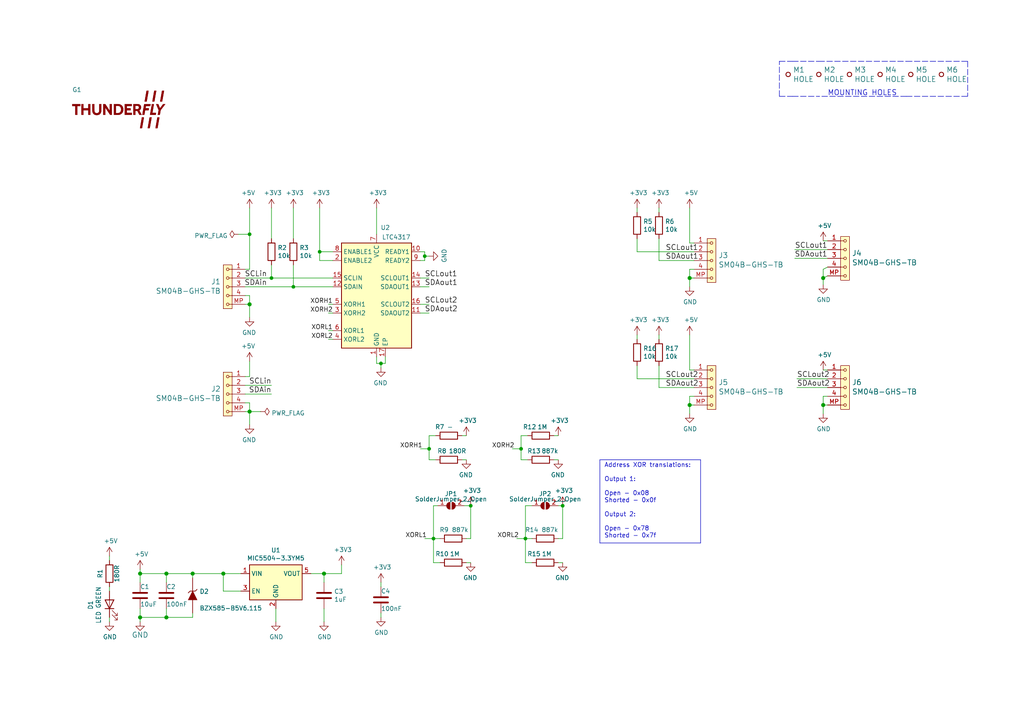
<source format=kicad_sch>
(kicad_sch (version 20230121) (generator eeschema)
  (paper "A4")
  (title_block (title "TFI2CEXT01A") (date "2021-04-05") (company "ThunderFly s.r.o.") (comment 1 "I2C address translator") (comment 2 "Jacho  <info@thunderfly.cz>"))
  (lib_symbols
    (symbol "Device:C" (pin_numbers hide) (pin_names (offset 0.254))
      (property "Reference" "C" (at 0.635 2.54 0))
      (property "Value" "C" (at 0.635 -2.54 0))
      (symbol "C_1_1"
        (pin passive line (at 0 3.81 270) (length 2.794) (name "~") (number "1"))
        (pin passive line (at 0 -3.81 90) (length 2.794) (name "~") (number "2"))
      )
    )
    (symbol "Device:LED" (pin_numbers hide) (pin_names (offset 1.016) hide)
      (property "Reference" "D" (at 0 2.54 0))
      (property "Value" "LED" (at 0 -2.54 0))
      (symbol "LED_1_1"
        (pin passive line (at -3.81 0 0) (length 2.54) (name "K") (number "1"))
        (pin passive line (at 3.81 0 180) (length 2.54) (name "A") (number "2"))
      )
    )
    (symbol "Device:R" (pin_numbers hide) (pin_names (offset 0))
      (property "Reference" "R" (at 2.032 0 90))
      (property "Value" "R" (at 0 0 90))
      (symbol "R_1_1"
        (pin passive line (at 0 3.81 270) (length 1.27) (name "~") (number "1"))
        (pin passive line (at 0 -3.81 90) (length 1.27) (name "~") (number "2"))
      )
    )
    (symbol "Interface_Expansion:LTC4317"
      (property "Reference" "U" (at -8.89 16.51 0))
      (property "Value" "LTC4317" (at 6.35 16.51 0))
      (symbol "LTC4317_1_1"
        (pin power_in line (at 0 -17.78 90) (length 2.54) (name "GND") (number "1"))
        (pin open_collector line (at 12.7 12.7 180) (length 2.54) (name "READY1") (number "10"))
        (pin bidirectional line (at 12.7 -5.08 180) (length 2.54) (name "SDAOUT2") (number "11"))
        (pin bidirectional line (at -12.7 2.54 0) (length 2.54) (name "SDAIN") (number "12"))
        (pin bidirectional line (at 12.7 2.54 180) (length 2.54) (name "SDAOUT1") (number "13"))
        (pin output line (at 12.7 5.08 180) (length 2.54) (name "SCLOUT1") (number "14"))
        (pin input line (at -12.7 5.08 0) (length 2.54) (name "SCLIN") (number "15"))
        (pin output line (at 12.7 -2.54 180) (length 2.54) (name "SCLOUT2") (number "16"))
        (pin passive line (at 2.54 -17.78 90) (length 2.54) (name "EP") (number "17"))
        (pin input line (at -12.7 10.16 0) (length 2.54) (name "ENABLE2") (number "2"))
        (pin input line (at -12.7 -5.08 0) (length 2.54) (name "XORH2") (number "3"))
        (pin input line (at -12.7 -12.7 0) (length 2.54) (name "XORL2") (number "4"))
        (pin input line (at -12.7 -2.54 0) (length 2.54) (name "XORH1") (number "5"))
        (pin input line (at -12.7 -10.16 0) (length 2.54) (name "XORL1") (number "6"))
        (pin power_in line (at 0 17.78 270) (length 2.54) (name "VCC") (number "7"))
        (pin input line (at -12.7 12.7 0) (length 2.54) (name "ENABLE1") (number "8"))
        (pin open_collector line (at 12.7 10.16 180) (length 2.54) (name "READY2") (number "9"))
      )
    )
    (symbol "Jumper:SolderJumper_2_Open" (pin_names (offset 0) hide)
      (property "Reference" "JP" (at 0 2.032 0))
      (property "Value" "SolderJumper_2_Open" (at 0 -2.54 0))
      (symbol "SolderJumper_2_Open_1_1"
        (pin passive line (at -3.81 0 0) (length 2.54) (name "A") (number "1"))
        (pin passive line (at 3.81 0 180) (length 2.54) (name "B") (number "2"))
      )
    )
    (symbol "MLAB_CONNECTORS_JST:SM04B-GHS-TB" (pin_names (offset 1.016))
      (property "Reference" "J" (at 0 -7.62 0))
      (property "Value" "SM04B-GHS-TB" (at 0 7.62 0))
      (symbol "SM04B-GHS-TB_1_1"
        (pin input line (at -5.08 5.08 0) (length 3.81) (name "~") (number "1"))
        (pin input line (at -5.08 2.54 0) (length 3.81) (name "~") (number "2"))
        (pin input line (at -5.08 0 0) (length 3.81) (name "~") (number "3"))
        (pin input line (at -5.08 -2.54 0) (length 3.81) (name "~") (number "4"))
        (pin input line (at -5.08 -5.08 0) (length 3.81) (name "~") (number "MP"))
      )
    )
    (symbol "MLAB_D:D_ZENER" (pin_numbers hide) (pin_names (offset 1.016) hide)
      (property "Reference" "D" (at 0 2.54 0))
      (property "Value" "D_ZENER" (at 0 -2.54 0))
      (symbol "D_ZENER_1_1"
        (pin passive line (at -5.08 0 0) (length 3.81) (name "K") (number "1"))
        (pin passive line (at 5.08 0 180) (length 3.81) (name "A") (number "2"))
      )
    )
    (symbol "MLAB_MECHANICAL:HOLE_TF" (pin_numbers hide) (pin_names (offset 1.016) hide) (in_bom no)
      (property "Reference" "M" (at 0 2.54 0))
      (property "Value" "HOLE_TF" (at 0 -2.54 0))
    )
    (symbol "MLAB_TF_LOGO:LOGO" (pin_names (offset 1.016)) (in_bom no)
      (property "Reference" "G" (at 0 6.4676 0))
    )
    (symbol "Regulator_Linear:MIC5504-3.3YM5"
      (property "Reference" "U" (at -7.62 8.89 0))
      (property "Value" "MIC5504-3.3YM5" (at -7.62 6.35 0))
      (symbol "MIC5504-3.3YM5_1_1"
        (pin power_in line (at -10.16 2.54 0) (length 2.54) (name "VIN") (number "1"))
        (pin power_in line (at 0 -7.62 90) (length 2.54) (name "GND") (number "2"))
        (pin input line (at -10.16 -2.54 0) (length 2.54) (name "EN") (number "3"))
        (pin no_connect line (at 7.62 -2.54 180) (length 2.54) hide (name "NC") (number "4"))
        (pin power_out line (at 10.16 2.54 180) (length 2.54) (name "VOUT") (number "5"))
      )
    )
    (symbol "power:+3V3" (power) (pin_names (offset 0))
      (property "Value" "+3V3" (at 0 3.556 0))
      (symbol "+3V3_1_1"
        (pin power_in line (at 0 0 90) (length 0) hide (name "+3V3") (number "1"))
      )
    )
    (symbol "power:+5V" (power) (pin_names (offset 0))
      (property "Value" "+5V" (at 0 3.556 0))
      (symbol "+5V_1_1"
        (pin power_in line (at 0 0 90) (length 0) hide (name "+5V") (number "1"))
      )
    )
    (symbol "power:GND" (power) (pin_names (offset 0))
      (property "Value" "GND" (at 0 -3.81 0))
      (symbol "GND_1_1"
        (pin power_in line (at 0 0 270) (length 0) hide (name "GND") (number "1"))
      )
    )
    (symbol "power:PWR_FLAG" (power) (pin_numbers hide) (pin_names (offset 0) hide)
      (property "Value" "PWR_FLAG" (at 0 3.81 0))
      (symbol "PWR_FLAG_0_0"
        (pin power_out line (at 0 0 90) (length 0) (name "pwr") (number "1"))
      )
    )
  )
  (junction (at 124.46 130.175))
  (junction (at 72.39 67.945))
  (junction (at 40.64 179.07) (diameter 1.016))
  (junction (at 163.195 146.685))
  (junction (at 125.73 156.21))
  (junction (at 200.025 80.645) (diameter 1.016))
  (junction (at 136.525 146.685))
  (junction (at 48.26 166.37) (diameter 1.016))
  (junction (at 55.88 166.37) (diameter 1.016))
  (junction (at 123.19 74.295))
  (junction (at 93.98 166.37) (diameter 1.016))
  (junction (at 92.71 73.025))
  (junction (at 85.09 83.185))
  (junction (at 152.4 156.21))
  (junction (at 238.76 117.475) (diameter 1.016))
  (junction (at 40.64 166.37) (diameter 1.016))
  (junction (at 64.77 166.37) (diameter 1.016))
  (junction (at 72.39 88.265) (diameter 1.016))
  (junction (at 48.26 179.07) (diameter 1.016))
  (junction (at 110.49 105.41))
  (junction (at 72.39 119.38) (diameter 1.016))
  (junction (at 151.13 130.175))
  (junction (at 78.74 80.645))
  (junction (at 200.025 117.475) (diameter 1.016))
  (junction (at 238.76 80.645) (diameter 1.016))
  (wire (pts (xy 201.295 80.645) (xy 200.025 80.645)))
  (wire (pts (xy 238.76 114.935) (xy 238.76 117.475)))
  (polyline (pts (xy 237.49 17.78) (xy 262.89 17.78)) (stroke (width 0) (type dash)))
  (wire (pts (xy 72.39 88.265) (xy 72.39 92.075)))
  (wire (pts (xy 125.73 156.21) (xy 125.73 146.685)))
  (wire (pts (xy 200.025 70.485) (xy 201.295 70.485)))
  (wire (pts (xy 151.13 130.175) (xy 148.59 130.175)))
  (wire (pts (xy 31.75 179.07) (xy 31.75 180.34)))
  (wire (pts (xy 191.135 69.215) (xy 191.135 75.565)))
  (wire (pts (xy 40.64 179.07) (xy 40.64 180.34)))
  (wire (pts (xy 48.26 166.37) (xy 55.88 166.37)))
  (wire (pts (xy 92.71 60.325) (xy 92.71 73.025)))
  (wire (pts (xy 95.25 88.265) (xy 96.52 88.265)))
  (wire (pts (xy 124.46 74.295) (xy 123.19 74.295)))
  (wire (pts (xy 64.77 171.45) (xy 64.77 166.37)))
  (wire (pts (xy 134.62 146.685) (xy 136.525 146.685)))
  (wire (pts (xy 200.025 60.325) (xy 200.025 70.485)))
  (wire (pts (xy 184.785 106.045) (xy 184.785 109.855)))
  (wire (pts (xy 80.01 176.53) (xy 80.01 180.34)))
  (wire (pts (xy 40.64 176.53) (xy 40.64 179.07)))
  (wire (pts (xy 48.26 179.07) (xy 55.88 179.07)))
  (wire (pts (xy 184.785 73.025) (xy 201.295 73.025)))
  (wire (pts (xy 69.85 171.45) (xy 64.77 171.45)))
  (wire (pts (xy 78.74 60.325) (xy 78.74 69.215)))
  (wire (pts (xy 31.75 161.29) (xy 31.75 162.56)))
  (wire (pts (xy 191.135 97.155) (xy 191.135 98.425)))
  (wire (pts (xy 200.025 97.155) (xy 200.025 107.315)))
  (wire (pts (xy 121.92 73.025) (xy 123.19 73.025)))
  (wire (pts (xy 151.13 133.35) (xy 151.13 130.175)))
  (wire (pts (xy 135.255 156.21) (xy 136.525 156.21)))
  (wire (pts (xy 136.525 146.685) (xy 136.525 156.21)))
  (wire (pts (xy 230.505 72.39) (xy 240.03 72.39)))
  (wire (pts (xy 121.92 83.185) (xy 124.46 83.185)))
  (wire (pts (xy 40.64 165.1) (xy 40.64 166.37)))
  (wire (pts (xy 40.64 168.91) (xy 40.64 166.37)))
  (wire (pts (xy 40.64 179.07) (xy 48.26 179.07)))
  (wire (pts (xy 109.22 60.325) (xy 109.22 67.945)))
  (wire (pts (xy 85.09 60.325) (xy 85.09 69.215)))
  (wire (pts (xy 184.785 60.325) (xy 184.785 61.595)))
  (wire (pts (xy 191.135 106.045) (xy 191.135 112.395)))
  (wire (pts (xy 124.46 130.175) (xy 124.46 126.365)))
  (wire (pts (xy 200.025 114.935) (xy 200.025 117.475)))
  (wire (pts (xy 191.135 60.325) (xy 191.135 61.595)))
  (wire (pts (xy 121.92 90.805) (xy 124.46 90.805)))
  (wire (pts (xy 48.26 168.91) (xy 48.26 166.37)))
  (wire (pts (xy 240.03 80.01) (xy 238.76 80.645)))
  (wire (pts (xy 238.76 107.315) (xy 240.03 107.315)))
  (polyline (pts (xy 173.99 133.35) (xy 203.2 133.35)) (stroke (width 0) (type solid)))
  (wire (pts (xy 231.14 112.395) (xy 240.03 112.395)))
  (polyline (pts (xy 226.06 27.94) (xy 229.87 27.94)) (stroke (width 0) (type dash)))
  (wire (pts (xy 240.03 77.47) (xy 238.76 78.105)))
  (wire (pts (xy 133.985 126.365) (xy 135.255 126.365)))
  (wire (pts (xy 72.39 78.105) (xy 71.12 78.105)))
  (wire (pts (xy 85.09 76.835) (xy 85.09 83.185)))
  (wire (pts (xy 55.88 177.8) (xy 55.88 179.07)))
  (wire (pts (xy 133.985 133.35) (xy 135.255 133.35)))
  (wire (pts (xy 152.4 156.21) (xy 154.305 156.21)))
  (polyline (pts (xy 173.99 157.48) (xy 203.2 157.48)) (stroke (width 0) (type solid)))
  (wire (pts (xy 71.12 85.725) (xy 72.39 85.725)))
  (wire (pts (xy 95.25 98.425) (xy 96.52 98.425)))
  (polyline (pts (xy 173.99 133.35) (xy 173.99 157.48)) (stroke (width 0) (type solid)))
  (wire (pts (xy 71.12 111.76) (xy 78.74 111.76)))
  (wire (pts (xy 72.39 85.725) (xy 72.39 88.265)))
  (wire (pts (xy 152.4 156.21) (xy 152.4 163.195)))
  (wire (pts (xy 125.73 146.685) (xy 127 146.685)))
  (wire (pts (xy 124.46 133.35) (xy 124.46 130.175)))
  (wire (pts (xy 109.22 103.505) (xy 109.22 105.41)))
  (wire (pts (xy 109.22 105.41) (xy 110.49 105.41)))
  (polyline (pts (xy 262.89 27.94) (xy 237.49 27.94)) (stroke (width 0) (type dash)))
  (wire (pts (xy 55.88 166.37) (xy 64.77 166.37)))
  (wire (pts (xy 201.295 114.935) (xy 200.025 114.935)))
  (wire (pts (xy 72.39 119.38) (xy 72.39 123.19)))
  (wire (pts (xy 125.73 156.21) (xy 127.635 156.21)))
  (wire (pts (xy 78.74 76.835) (xy 78.74 80.645)))
  (wire (pts (xy 126.365 133.35) (xy 124.46 133.35)))
  (wire (pts (xy 78.74 80.645) (xy 96.52 80.645)))
  (wire (pts (xy 152.4 156.21) (xy 152.4 146.685)))
  (wire (pts (xy 93.98 176.53) (xy 93.98 180.34)))
  (wire (pts (xy 200.025 78.105) (xy 200.025 80.645)))
  (wire (pts (xy 161.925 146.685) (xy 163.195 146.685)))
  (wire (pts (xy 71.12 80.645) (xy 78.74 80.645)))
  (polyline (pts (xy 262.89 17.78) (xy 280.67 17.78)) (stroke (width 0) (type dash)))
  (wire (pts (xy 238.76 78.105) (xy 238.76 80.645)))
  (wire (pts (xy 71.12 119.38) (xy 72.39 119.38)))
  (wire (pts (xy 238.76 117.475) (xy 238.76 120.015)))
  (wire (pts (xy 184.785 69.215) (xy 184.785 73.025)))
  (wire (pts (xy 123.19 74.295) (xy 123.19 75.565)))
  (polyline (pts (xy 229.87 27.94) (xy 237.49 27.94)) (stroke (width 0) (type dash)))
  (wire (pts (xy 95.25 95.885) (xy 96.52 95.885)))
  (wire (pts (xy 72.39 109.22) (xy 71.12 109.22)))
  (polyline (pts (xy 262.89 27.94) (xy 280.67 27.94)) (stroke (width 0) (type dash)))
  (wire (pts (xy 72.39 60.325) (xy 72.39 67.945)))
  (wire (pts (xy 69.85 166.37) (xy 64.77 166.37)))
  (wire (pts (xy 184.785 109.855) (xy 201.295 109.855)))
  (polyline (pts (xy 280.67 17.78) (xy 280.67 27.94)) (stroke (width 0) (type dash)))
  (wire (pts (xy 71.12 83.185) (xy 85.09 83.185)))
  (wire (pts (xy 92.71 75.565) (xy 92.71 73.025)))
  (wire (pts (xy 96.52 75.565) (xy 92.71 75.565)))
  (polyline (pts (xy 203.2 133.35) (xy 203.2 157.48)) (stroke (width 0) (type solid)))
  (polyline (pts (xy 229.87 17.78) (xy 237.49 17.78)) (stroke (width 0) (type dash)))
  (wire (pts (xy 110.49 168.91) (xy 110.49 170.18)))
  (wire (pts (xy 200.025 80.645) (xy 200.025 83.185)))
  (wire (pts (xy 48.26 176.53) (xy 48.26 179.07)))
  (wire (pts (xy 230.505 74.93) (xy 240.03 74.93)))
  (wire (pts (xy 71.12 116.84) (xy 72.39 116.84)))
  (wire (pts (xy 160.655 133.35) (xy 161.925 133.35)))
  (wire (pts (xy 200.025 107.315) (xy 201.295 107.315)))
  (wire (pts (xy 152.4 156.21) (xy 149.86 156.21)))
  (wire (pts (xy 95.25 90.805) (xy 96.52 90.805)))
  (wire (pts (xy 201.295 117.475) (xy 200.025 117.475)))
  (wire (pts (xy 124.46 130.175) (xy 121.92 130.175)))
  (wire (pts (xy 135.255 163.195) (xy 136.525 163.195)))
  (wire (pts (xy 71.12 88.265) (xy 72.39 88.265)))
  (wire (pts (xy 96.52 83.185) (xy 85.09 83.185)))
  (wire (pts (xy 124.46 126.365) (xy 126.365 126.365)))
  (wire (pts (xy 72.39 67.945) (xy 72.39 78.105)))
  (wire (pts (xy 127.635 163.195) (xy 125.73 163.195)))
  (wire (pts (xy 152.4 146.685) (xy 154.305 146.685)))
  (wire (pts (xy 123.19 75.565) (xy 121.92 75.565)))
  (wire (pts (xy 191.135 112.395) (xy 201.295 112.395)))
  (wire (pts (xy 110.49 105.41) (xy 110.49 106.68)))
  (wire (pts (xy 240.03 114.935) (xy 238.76 114.935)))
  (wire (pts (xy 153.035 133.35) (xy 151.13 133.35)))
  (wire (pts (xy 238.76 69.85) (xy 240.03 69.85)))
  (wire (pts (xy 238.76 80.645) (xy 238.76 82.55)))
  (wire (pts (xy 96.52 73.025) (xy 92.71 73.025)))
  (wire (pts (xy 161.925 156.21) (xy 163.195 156.21)))
  (wire (pts (xy 201.295 78.105) (xy 200.025 78.105)))
  (wire (pts (xy 125.73 156.21) (xy 125.73 163.195)))
  (wire (pts (xy 90.17 166.37) (xy 93.98 166.37)))
  (wire (pts (xy 154.305 163.195) (xy 152.4 163.195)))
  (wire (pts (xy 125.73 156.21) (xy 123.19 156.21)))
  (wire (pts (xy 69.215 67.945) (xy 72.39 67.945)))
  (wire (pts (xy 93.98 166.37) (xy 93.98 168.91)))
  (wire (pts (xy 161.925 163.195) (xy 163.195 163.195)))
  (wire (pts (xy 72.39 104.775) (xy 72.39 109.22)))
  (wire (pts (xy 110.49 105.41) (xy 111.76 105.41)))
  (wire (pts (xy 111.76 105.41) (xy 111.76 103.505)))
  (wire (pts (xy 151.13 130.175) (xy 151.13 126.365)))
  (wire (pts (xy 123.19 73.025) (xy 123.19 74.295)))
  (wire (pts (xy 160.655 126.365) (xy 161.925 126.365)))
  (wire (pts (xy 191.135 75.565) (xy 201.295 75.565)))
  (wire (pts (xy 72.39 119.38) (xy 75.565 119.38)))
  (wire (pts (xy 72.39 116.84) (xy 72.39 119.38)))
  (wire (pts (xy 121.92 80.645) (xy 124.46 80.645)))
  (wire (pts (xy 40.64 166.37) (xy 48.26 166.37)))
  (wire (pts (xy 121.92 88.265) (xy 124.46 88.265)))
  (polyline (pts (xy 226.06 27.94) (xy 226.06 17.78)) (stroke (width 0) (type dash)))
  (wire (pts (xy 231.14 109.855) (xy 240.03 109.855)))
  (wire (pts (xy 99.06 163.83) (xy 99.06 166.37)))
  (wire (pts (xy 200.025 117.475) (xy 200.025 120.015)))
  (wire (pts (xy 184.785 97.155) (xy 184.785 98.425)))
  (wire (pts (xy 93.98 166.37) (xy 99.06 166.37)))
  (wire (pts (xy 71.12 114.3) (xy 78.74 114.3)))
  (wire (pts (xy 163.195 146.685) (xy 163.195 156.21)))
  (wire (pts (xy 55.88 167.64) (xy 55.88 166.37)))
  (wire (pts (xy 110.49 177.8) (xy 110.49 179.07)))
  (wire (pts (xy 31.75 170.18) (xy 31.75 171.45)))
  (wire (pts (xy 151.13 126.365) (xy 153.035 126.365)))
  (polyline (pts (xy 226.06 17.78) (xy 229.87 17.78)) (stroke (width 0) (type dash)))
  (wire (pts (xy 240.03 117.475) (xy 238.76 117.475)))
  (text "Address XOR translations:\n\nOutput 1:\n\nOpen - 0x08\nShorted - 0x0f\n\nOutput 2:\n\nOpen - 0x78\nShorted - 0x7f" (at 175.26 156.21 0) (effects (font (size 1.27 1.27)) (justify left bottom)))
  (text "MOUNTING HOLES" (at 240.03 27.94 0) (effects (font (size 1.524 1.524)) (justify left bottom)))
  (label "SDAout1" (at 240.03 74.93 180) (effects (font (size 1.524 1.524))))
  (label "SCLout1" (at 193.04 73.025 0) (effects (font (size 1.524 1.524))))
  (label "SCLout2" (at 193.04 109.855 0) (effects (font (size 1.524 1.524))))
  (label "XORH2" (at 149.225 130.175 180))
  (label "XORH1" (at 96.52 88.265 180))
  (label "XORL1" (at 123.825 156.21 180))
  (label "XORH2" (at 96.52 90.805 180))
  (label "SDAout1" (at 123.19 83.185 0) (effects (font (size 1.524 1.524))))
  (label "XORL2" (at 96.52 98.425 180))
  (label "SDAout1" (at 193.04 75.565 0) (effects (font (size 1.524 1.524))))
  (label "SDAin" (at 78.74 114.3 180) (effects (font (size 1.524 1.524))))
  (label "SDAout2" (at 123.19 90.805 0) (effects (font (size 1.524 1.524))))
  (label "SCLout1" (at 240.03 72.39 180) (effects (font (size 1.524 1.524))))
  (label "SDAin" (at 77.47 83.185 180) (effects (font (size 1.524 1.524))))
  (label "SCLin" (at 78.74 111.76 180) (effects (font (size 1.524 1.524))))
  (label "SCLout1" (at 123.19 80.645 0) (effects (font (size 1.524 1.524))))
  (label "SCLout2" (at 123.19 88.265 0) (effects (font (size 1.524 1.524))))
  (label "XORL1" (at 96.52 95.885 180))
  (label "SCLout2" (at 231.14 109.855 0) (effects (font (size 1.524 1.524))))
  (label "SDAout2" (at 231.14 112.395 0) (effects (font (size 1.524 1.524))))
  (label "SCLin" (at 77.47 80.645 180) (effects (font (size 1.524 1.524))))
  (label "SDAout2" (at 193.04 112.395 0) (effects (font (size 1.524 1.524))))
  (label "XORL2" (at 150.495 156.21 180))
  (label "XORH1" (at 122.555 130.175 180))
  (symbol (lib_id "power:GND") (at 40.64 180.34 0) (unit 1)
    (property "Reference" "#PWR04" (effects hide))
    (property "Value" "GND" (at 40.64 184.15 0) (effects (font (size 1.524 1.524))))
  )
  (symbol (lib_id "Device:C") (at 48.26 172.72 0) (unit 1)
    (property "Reference" "C2" (at 48.26 170.18 0) (effects (justify left)))
    (property "Value" "100nF" (at 48.26 175.26 0) (effects (justify left)))
    (property "Footprint" "Capacitor_SMD:C_0603_1608Metric" (effects hide))
    (property "UST_ID" "5c70984812875079b91f8bf2" (effects hide))
  )
  (symbol (lib_id "power:GND") (at 200.025 83.185 0) (unit 1)
    (property "Reference" "#PWR024" (effects hide))
    (property "Value" "GND" (at 200.152 87.5792 0))
  )
  (symbol (lib_id "Device:R") (at 191.135 65.405 0) (unit 1)
    (property "Reference" "R6" (at 192.913 64.2366 0) (effects (justify left)))
    (property "Value" "10k" (at 192.913 66.548 0) (effects (justify left)))
    (property "Footprint" "Resistor_SMD:R_0603_1608Metric" (effects hide))
    (property "UST_ID" "5c70984512875079b91f8962" (effects hide))
  )
  (symbol (lib_id "Device:R") (at 184.785 65.405 0) (unit 1)
    (property "Reference" "R5" (at 186.563 64.237 0) (effects (justify left)))
    (property "Value" "10k" (at 186.563 66.548 0) (effects (justify left)))
    (property "Footprint" "Resistor_SMD:R_0603_1608Metric" (effects hide))
    (property "UST_ID" "5c70984512875079b91f8962" (effects hide))
  )
  (symbol (lib_id "Device:C") (at 40.64 172.72 0) (unit 1)
    (property "Reference" "C1" (at 40.64 170.18 0) (effects (justify left)))
    (property "Value" "10uF" (at 40.64 175.26 0) (effects (justify left)))
    (property "Footprint" "Capacitor_SMD:C_0805_2012Metric" (effects hide))
    (property "UST_ID" "5c70984812875079b91f8bbd" (effects hide))
  )
  (symbol (lib_id "MLAB_D:D_ZENER") (at 55.88 172.72 270) (unit 1)
    (property "Reference" "D2" (at 57.8866 171.5516 90) (effects (justify left)))
    (property "Value" "BZX585-B5V6.115" (at 57.887 176.403 90) (effects (justify left)))
    (property "Footprint" "Diode_SMD:D_SOD-523" (effects hide))
    (property "UST_ID" "60879d38128750769ee58e48" (effects hide))
  )
  (symbol (lib_id "power:+5V") (at 40.64 165.1 0) (unit 1)
    (property "Reference" "#PWR03" (effects hide))
    (property "Value" "+5V" (at 41.021 160.7058 0))
  )
  (symbol (lib_id "power:+3V3") (at 191.135 60.325 0) (unit 1)
    (property "Reference" "#PWR022" (effects hide))
    (property "Value" "+3V3" (at 191.516 55.9308 0))
  )
  (symbol (lib_id "power:+5V") (at 200.025 60.325 0) (unit 1)
    (property "Reference" "#PWR023" (effects hide))
    (property "Value" "+5V" (at 200.406 55.9308 0))
  )
  (symbol (lib_id "MLAB_CONNECTORS_JST:SM04B-GHS-TB") (at 66.04 83.185 0) (mirror y) (unit 1)
    (property "Reference" "J1" (at 64.0588 81.6864 0) (effects (font (size 1.524 1.524)) (justify left)))
    (property "Value" "SM04B-GHS-TB" (at 64.0588 84.4042 0) (effects (font (size 1.524 1.524)) (justify left)))
    (property "Footprint" "Connector_JST:JST_GH_SM04B-GHS-TB_1x04-1MP_P1.25mm_Horizontal" (effects hide))
    (property "UST_ID" "5c86273d1287500b4e0280be" (effects hide))
  )
  (symbol (lib_id "power:GND") (at 72.39 92.075 0) (mirror y) (unit 1)
    (property "Reference" "#PWR09" (effects hide))
    (property "Value" "GND" (at 72.263 96.4692 0))
  )
  (symbol (lib_id "power:+5V") (at 72.39 60.325 0) (mirror y) (unit 1)
    (property "Reference" "#PWR08" (effects hide))
    (property "Value" "+5V" (at 72.009 55.9308 0))
  )
  (symbol (lib_id "Regulator_Linear:MIC5504-3.3YM5") (at 80.01 168.91 0) (unit 1)
    (property "Reference" "U1" (at 80.01 159.5882 0))
    (property "Value" "MIC5504-3.3YM5" (at 80.01 161.8996 0))
    (property "Footprint" "Package_TO_SOT_SMD:SOT-23-5" (effects hide))
    (property "Datasheet" "http://ww1.microchip.com/downloads/en/DeviceDoc/MIC550X.pdf" (effects hide))
    (property "UST_ID" "5c7255e81287500b4e112ea2" (effects hide))
  )
  (symbol (lib_id "power:+3V3") (at 99.06 163.83 0) (unit 1)
    (property "Reference" "#PWR07" (effects hide))
    (property "Value" "+3V3" (at 99.441 159.4358 0))
  )
  (symbol (lib_id "power:GND") (at 80.01 180.34 0) (unit 1)
    (property "Reference" "#PWR05" (effects hide))
    (property "Value" "GND" (at 80.137 184.7342 0))
  )
  (symbol (lib_id "Device:C") (at 110.49 173.99 0) (unit 1)
    (property "Reference" "C4" (at 110.49 171.45 0) (effects (justify left)))
    (property "Value" "100nF" (at 110.49 176.53 0) (effects (justify left)))
    (property "Footprint" "Capacitor_SMD:C_0603_1608Metric" (effects hide))
    (property "UST_ID" "5c70984812875079b91f8bf2" (effects hide))
  )
  (symbol (lib_id "power:+3V3") (at 110.49 168.91 0) (unit 1)
    (property "Reference" "#PWR013" (effects hide))
    (property "Value" "+3V3" (at 110.871 164.5158 0))
  )
  (symbol (lib_id "power:GND") (at 110.49 179.07 0) (unit 1)
    (property "Reference" "#PWR014" (effects hide))
    (property "Value" "GND" (at 110.617 183.4642 0))
  )
  (symbol (lib_id "MLAB_CONNECTORS_JST:SM04B-GHS-TB") (at 206.375 75.565 0) (unit 1)
    (property "Reference" "J3" (at 208.3562 74.0664 0) (effects (font (size 1.524 1.524)) (justify left)))
    (property "Value" "SM04B-GHS-TB" (at 208.3562 76.7842 0) (effects (font (size 1.524 1.524)) (justify left)))
    (property "Footprint" "Connector_JST:JST_GH_SM04B-GHS-TB_1x04-1MP_P1.25mm_Horizontal" (effects hide))
    (property "UST_ID" "5c86273d1287500b4e0280be" (effects hide))
  )
  (symbol (lib_id "Device:C") (at 93.98 172.72 0) (unit 1)
    (property "Reference" "C3" (at 96.901 171.5516 0) (effects (justify left)))
    (property "Value" "1uF" (at 96.901 173.863 0) (effects (justify left)))
    (property "Footprint" "Capacitor_SMD:C_0603_1608Metric" (effects hide))
    (property "UST_ID" "5c70984812875079b91f8bc2" (effects hide))
  )
  (symbol (lib_id "power:GND") (at 93.98 180.34 0) (unit 1)
    (property "Reference" "#PWR06" (effects hide))
    (property "Value" "GND" (at 94.107 184.7342 0))
  )
  (symbol (lib_id "power:+3V3") (at 184.785 60.325 0) (unit 1)
    (property "Reference" "#PWR021" (effects hide))
    (property "Value" "+3V3" (at 185.166 55.9308 0))
  )
  (symbol (lib_id "Device:R") (at 131.445 156.21 90) (unit 1)
    (property "Reference" "R9" (at 130.175 153.67 90) (effects (justify left)))
    (property "Value" "887k" (at 135.89 153.67 90) (effects (justify left)))
    (property "Footprint" "Resistor_SMD:R_0603_1608Metric" (effects hide))
    (property "UST_ID" "61e02cad2eac0c9aef5c894c" (effects hide))
  )
  (symbol (lib_id "power:PWR_FLAG") (at 75.565 119.38 270) (unit 1)
    (property "Reference" "#FLG0102" (effects hide))
    (property "Value" "PWR_FLAG" (at 78.74 119.8138 90) (effects (justify left)))
  )
  (symbol (lib_id "MLAB_TF_LOGO:LOGO") (at 34.29 31.75 0) (unit 1) (in_bom no)
    (property "Reference" "G1" (at 20.955 26.035 0) (effects (justify left)))
    (property "Value" "LOGO" (effects hide))
    (property "Footprint" "MLAB_LOGA:TF 10x4,7" (effects hide))
  )
  (symbol (lib_id "Jumper:SolderJumper_2_Open") (at 130.81 146.685 0) (unit 1)
    (property "Reference" "JP1" (at 130.81 143.2306 0))
    (property "Value" "SolderJumper_2_Open" (at 130.81 144.7546 0))
    (property "Footprint" "Jumper:SolderJumper-2_P1.3mm_Open_RoundedPad1.0x1.5mm" (effects hide))
  )
  (symbol (lib_id "MLAB_MECHANICAL:HOLE_TF") (at 273.05 21.59 90) (unit 1)
    (property "Reference" "M6" (at 274.4471 20.2579 90) (effects (font (size 1.524 1.524)) (justify right)))
    (property "Value" "HOLE" (at 274.4471 22.9655 90) (effects (font (size 1.524 1.524)) (justify right)))
    (property "Footprint" "Mlab_Mechanical:dira_3mm" (effects hide))
  )
  (symbol (lib_id "MLAB_CONNECTORS_JST:SM04B-GHS-TB") (at 206.375 112.395 0) (unit 1)
    (property "Reference" "J5" (at 208.3562 110.8964 0) (effects (font (size 1.524 1.524)) (justify left)))
    (property "Value" "SM04B-GHS-TB" (at 208.3562 113.6142 0) (effects (font (size 1.524 1.524)) (justify left)))
    (property "Footprint" "Connector_JST:JST_GH_SM04B-GHS-TB_1x04-1MP_P1.25mm_Horizontal" (effects hide))
    (property "UST_ID" "5c86273d1287500b4e0280be" (effects hide))
  )
  (symbol (lib_id "power:GND") (at 110.49 106.68 0) (mirror y) (unit 1)
    (property "Reference" "#PWR018" (effects hide))
    (property "Value" "GND" (at 110.363 111.0742 0))
  )
  (symbol (lib_id "power:GND") (at 72.39 123.19 0) (mirror y) (unit 1)
    (property "Reference" "#PWR011" (effects hide))
    (property "Value" "GND" (at 72.263 127.5842 0))
  )
  (symbol (lib_id "power:GND") (at 31.75 180.34 0) (unit 1)
    (property "Reference" "#PWR02" (effects hide))
    (property "Value" "GND" (at 31.877 184.7342 0))
  )
  (symbol (lib_id "power:+5V") (at 31.75 161.29 0) (unit 1)
    (property "Reference" "#PWR01" (effects hide))
    (property "Value" "+5V" (at 32.131 156.8958 0))
  )
  (symbol (lib_id "MLAB_MECHANICAL:HOLE_TF") (at 255.27 21.59 90) (unit 1)
    (property "Reference" "M4" (at 256.6671 20.2579 90) (effects (font (size 1.524 1.524)) (justify right)))
    (property "Value" "HOLE" (at 256.6671 22.9655 90) (effects (font (size 1.524 1.524)) (justify right)))
    (property "Footprint" "Mlab_Mechanical:dira_3mm" (effects hide))
  )
  (symbol (lib_id "power:GND") (at 124.46 74.295 90) (unit 1)
    (property "Reference" "#PWR032" (effects hide))
    (property "Value" "GND" (at 128.8542 74.168 0))
  )
  (symbol (lib_id "MLAB_MECHANICAL:HOLE_TF") (at 246.38 21.59 90) (unit 1)
    (property "Reference" "M3" (at 247.7771 20.2579 90) (effects (font (size 1.524 1.524)) (justify right)))
    (property "Value" "HOLE" (at 247.7771 22.9655 90) (effects (font (size 1.524 1.524)) (justify right)))
    (property "Footprint" "Mlab_Mechanical:dira_3mm" (effects hide))
  )
  (symbol (lib_id "power:+3V3") (at 184.785 97.155 0) (unit 1)
    (property "Reference" "#PWR037" (effects hide))
    (property "Value" "+3V3" (at 185.166 92.7608 0))
  )
  (symbol (lib_id "power:GND") (at 161.925 133.35 0) (mirror y) (unit 1)
    (property "Reference" "#PWR034" (effects hide))
    (property "Value" "GND" (at 161.798 137.7442 0))
  )
  (symbol (lib_id "Jumper:SolderJumper_2_Open") (at 158.115 146.685 0) (unit 1)
    (property "Reference" "JP2" (at 158.115 143.2306 0))
    (property "Value" "SolderJumper_2_Open" (at 158.115 144.7546 0))
    (property "Footprint" "Jumper:SolderJumper-2_P1.3mm_Open_RoundedPad1.0x1.5mm" (effects hide))
  )
  (symbol (lib_id "Device:R") (at 184.785 102.235 0) (unit 1)
    (property "Reference" "R16" (at 186.563 101.067 0) (effects (justify left)))
    (property "Value" "10k" (at 186.563 103.378 0) (effects (justify left)))
    (property "Footprint" "Resistor_SMD:R_0603_1608Metric" (effects hide))
    (property "UST_ID" "5c70984512875079b91f8962" (effects hide))
  )
  (symbol (lib_id "power:PWR_FLAG") (at 69.215 67.945 90) (unit 1)
    (property "Reference" "#FLG0101" (effects hide))
    (property "Value" "PWR_FLAG" (at 66.0401 68.3788 90) (effects (justify left)))
  )
  (symbol (lib_id "Device:R") (at 130.175 133.35 90) (unit 1)
    (property "Reference" "R8" (at 129.54 130.81 90) (effects (justify left)))
    (property "Value" "180R" (at 135.255 130.81 90) (effects (justify left)))
    (property "Footprint" "Resistor_SMD:R_0603_1608Metric" (effects hide))
    (property "UST_ID" "5c70984512875079b91f8957" (effects hide))
  )
  (symbol (lib_id "Interface_Expansion:LTC4317") (at 109.22 85.725 0) (unit 1)
    (property "Reference" "U2" (at 111.76 66.0104 0))
    (property "Value" "LTC4317" (at 114.935 68.7855 0))
    (property "Footprint" "Package_DFN_QFN:DFN-16-1EP_3x5mm_P0.5mm_EP1.66x4.4mm" (effects hide))
    (property "Datasheet" "https://www.analog.com/media/en/technical-documentation/data-sheets/4317fa.pdf" (effects hide))
    (property "UST_ID" "61e031592eac0c9aef5c89ad" (effects hide))
  )
  (symbol (lib_id "power:+5V") (at 238.76 107.315 0) (unit 1)
    (property "Reference" "#PWR041" (effects hide))
    (property "Value" "+5V" (at 239.141 102.9208 0))
  )
  (symbol (lib_id "Device:R") (at 156.845 126.365 90) (unit 1)
    (property "Reference" "R12" (at 155.575 123.825 90) (effects (justify left)))
    (property "Value" "1M" (at 158.75 123.825 90) (effects (justify left)))
    (property "Footprint" "Resistor_SMD:R_0603_1608Metric" (effects hide))
    (property "UST_ID" "61e030ee2eac0c9aef5c8995" (effects hide))
  )
  (symbol (lib_id "power:GND") (at 135.255 133.35 0) (mirror y) (unit 1)
    (property "Reference" "#PWR028" (effects hide))
    (property "Value" "GND" (at 135.128 137.7442 0))
  )
  (symbol (lib_id "MLAB_MECHANICAL:HOLE_TF") (at 237.49 21.59 90) (unit 1)
    (property "Reference" "M2" (at 238.8871 20.2579 90) (effects (font (size 1.524 1.524)) (justify right)))
    (property "Value" "HOLE" (at 238.8871 22.9655 90) (effects (font (size 1.524 1.524)) (justify right)))
    (property "Footprint" "Mlab_Mechanical:dira_3mm" (effects hide))
  )
  (symbol (lib_id "power:GND") (at 238.76 82.55 0) (unit 1)
    (property "Reference" "#PWR026" (effects hide))
    (property "Value" "GND" (at 238.887 86.9442 0))
  )
  (symbol (lib_id "power:+5V") (at 72.39 104.775 0) (mirror y) (unit 1)
    (property "Reference" "#PWR010" (effects hide))
    (property "Value" "+5V" (at 72.009 100.3808 0))
  )
  (symbol (lib_id "power:+3V3") (at 109.22 60.325 0) (unit 1)
    (property "Reference" "#PWR017" (effects hide))
    (property "Value" "+3V3" (at 109.601 55.9308 0))
  )
  (symbol (lib_id "power:GND") (at 238.76 120.015 0) (unit 1)
    (property "Reference" "#PWR042" (effects hide))
    (property "Value" "GND" (at 238.887 124.4092 0))
  )
  (symbol (lib_id "power:+3V3") (at 161.925 126.365 0) (unit 1)
    (property "Reference" "#PWR033" (effects hide))
    (property "Value" "+3V3" (at 162.306 121.9708 0))
  )
  (symbol (lib_id "power:+3V3") (at 136.525 146.685 0) (unit 1)
    (property "Reference" "#PWR029" (effects hide))
    (property "Value" "+3V3" (at 136.906 142.2908 0))
  )
  (symbol (lib_id "power:GND") (at 163.195 163.195 0) (mirror y) (unit 1)
    (property "Reference" "#PWR036" (effects hide))
    (property "Value" "GND" (at 163.068 167.5892 0))
  )
  (symbol (lib_id "Device:R") (at 158.115 163.195 90) (unit 1)
    (property "Reference" "R15" (at 156.845 160.655 90) (effects (justify left)))
    (property "Value" "1M" (at 160.02 160.655 90) (effects (justify left)))
    (property "Footprint" "Resistor_SMD:R_0603_1608Metric" (effects hide))
    (property "UST_ID" "61e030ee2eac0c9aef5c8995" (effects hide))
  )
  (symbol (lib_id "Device:LED") (at 31.75 175.26 90) (unit 1)
    (property "Reference" "D1" (at 26.2636 175.4886 0))
    (property "Value" "LED GREEN" (at 28.575 175.489 0))
    (property "Footprint" "LED_SMD:LED_0603_1608Metric" (effects hide))
    (property "UST_ID" "60d582331287500165f859d0" (effects hide))
  )
  (symbol (lib_id "Device:R") (at 78.74 73.025 0) (unit 1)
    (property "Reference" "R2" (at 80.518 71.857 0) (effects (justify left)))
    (property "Value" "10k" (at 80.518 74.168 0) (effects (justify left)))
    (property "Footprint" "Resistor_SMD:R_0603_1608Metric" (effects hide))
    (property "UST_ID" "5c70984512875079b91f8962" (effects hide))
  )
  (symbol (lib_id "power:+3V3") (at 191.135 97.155 0) (unit 1)
    (property "Reference" "#PWR038" (effects hide))
    (property "Value" "+3V3" (at 191.516 92.7608 0))
  )
  (symbol (lib_id "MLAB_CONNECTORS_JST:SM04B-GHS-TB") (at 245.11 112.395 0) (unit 1)
    (property "Reference" "J6" (at 247.0912 110.8964 0) (effects (font (size 1.524 1.524)) (justify left)))
    (property "Value" "SM04B-GHS-TB" (at 247.0912 113.6142 0) (effects (font (size 1.524 1.524)) (justify left)))
    (property "Footprint" "Connector_JST:JST_GH_SM04B-GHS-TB_1x04-1MP_P1.25mm_Horizontal" (effects hide))
    (property "UST_ID" "5c86273d1287500b4e0280be" (effects hide))
  )
  (symbol (lib_id "Device:R") (at 85.09 73.025 0) (unit 1)
    (property "Reference" "R3" (at 86.868 71.8566 0) (effects (justify left)))
    (property "Value" "10k" (at 86.868 74.168 0) (effects (justify left)))
    (property "Footprint" "Resistor_SMD:R_0603_1608Metric" (effects hide))
    (property "UST_ID" "5c70984512875079b91f8962" (effects hide))
  )
  (symbol (lib_id "MLAB_MECHANICAL:HOLE_TF") (at 228.6 21.59 90) (unit 1)
    (property "Reference" "M1" (at 229.9971 20.2579 90) (effects (font (size 1.524 1.524)) (justify right)))
    (property "Value" "HOLE" (at 229.9971 22.9655 90) (effects (font (size 1.524 1.524)) (justify right)))
    (property "Footprint" "Mlab_Mechanical:dira_3mm" (effects hide))
  )
  (symbol (lib_id "power:+3V3") (at 163.195 146.685 0) (unit 1)
    (property "Reference" "#PWR035" (effects hide))
    (property "Value" "+3V3" (at 163.576 142.2908 0))
  )
  (symbol (lib_id "MLAB_CONNECTORS_JST:SM04B-GHS-TB") (at 66.04 114.3 0) (mirror y) (unit 1)
    (property "Reference" "J2" (at 64.0588 112.8014 0) (effects (font (size 1.524 1.524)) (justify left)))
    (property "Value" "SM04B-GHS-TB" (at 64.0588 115.5192 0) (effects (font (size 1.524 1.524)) (justify left)))
    (property "Footprint" "Connector_JST:JST_GH_SM04B-GHS-TB_1x04-1MP_P1.25mm_Horizontal" (effects hide))
    (property "UST_ID" "5c86273d1287500b4e0280be" (effects hide))
  )
  (symbol (lib_id "power:+3V3") (at 92.71 60.325 0) (unit 1)
    (property "Reference" "#PWR016" (effects hide))
    (property "Value" "+3V3" (at 93.091 55.9308 0))
  )
  (symbol (lib_id "power:+3V3") (at 85.09 60.325 0) (unit 1)
    (property "Reference" "#PWR015" (effects hide))
    (property "Value" "+3V3" (at 85.471 55.9308 0))
  )
  (symbol (lib_id "power:+5V") (at 238.76 69.85 0) (unit 1)
    (property "Reference" "#PWR025" (effects hide))
    (property "Value" "+5V" (at 239.141 65.4558 0))
  )
  (symbol (lib_id "MLAB_CONNECTORS_JST:SM04B-GHS-TB") (at 245.11 74.93 0) (unit 1)
    (property "Reference" "J4" (at 247.0912 73.4314 0) (effects (font (size 1.524 1.524)) (justify left)))
    (property "Value" "SM04B-GHS-TB" (at 247.0912 76.1492 0) (effects (font (size 1.524 1.524)) (justify left)))
    (property "Footprint" "Connector_JST:JST_GH_SM04B-GHS-TB_1x04-1MP_P1.25mm_Horizontal" (effects hide))
    (property "UST_ID" "5c86273d1287500b4e0280be" (effects hide))
  )
  (symbol (lib_id "Device:R") (at 191.135 102.235 0) (unit 1)
    (property "Reference" "R17" (at 192.913 101.0666 0) (effects (justify left)))
    (property "Value" "10k" (at 192.913 103.378 0) (effects (justify left)))
    (property "Footprint" "Resistor_SMD:R_0603_1608Metric" (effects hide))
    (property "UST_ID" "5c70984512875079b91f8962" (effects hide))
  )
  (symbol (lib_id "Device:R") (at 31.75 166.37 0) (unit 1)
    (property "Reference" "R1" (at 29.0322 166.37 90))
    (property "Value" "180R" (at 33.884 166.37 90))
    (property "Footprint" "Resistor_SMD:R_0603_1608Metric" (effects hide))
    (property "UST_ID" "5c70984512875079b91f8957" (effects hide))
  )
  (symbol (lib_id "Device:R") (at 158.115 156.21 90) (unit 1)
    (property "Reference" "R14" (at 156.21 153.67 90) (effects (justify left)))
    (property "Value" "887k" (at 161.925 153.67 90) (effects (justify left)))
    (property "Footprint" "Resistor_SMD:R_0603_1608Metric" (effects hide))
    (property "UST_ID" "61e02cad2eac0c9aef5c894c" (effects hide))
  )
  (symbol (lib_id "MLAB_MECHANICAL:HOLE_TF") (at 264.16 21.59 90) (unit 1)
    (property "Reference" "M5" (at 265.5571 20.2579 90) (effects (font (size 1.524 1.524)) (justify right)))
    (property "Value" "HOLE" (at 265.5571 22.9655 90) (effects (font (size 1.524 1.524)) (justify right)))
    (property "Footprint" "Mlab_Mechanical:dira_3mm" (effects hide))
  )
  (symbol (lib_id "power:+3V3") (at 135.255 126.365 0) (unit 1)
    (property "Reference" "#PWR027" (effects hide))
    (property "Value" "+3V3" (at 135.636 121.9708 0))
  )
  (symbol (lib_id "Device:R") (at 156.845 133.35 90) (unit 1)
    (property "Reference" "R13" (at 156.845 130.81 90) (effects (justify left)))
    (property "Value" "887k" (at 161.925 130.81 90) (effects (justify left)))
    (property "Footprint" "Resistor_SMD:R_0603_1608Metric" (effects hide))
    (property "UST_ID" "61e02cad2eac0c9aef5c894c" (effects hide))
  )
  (symbol (lib_id "power:GND") (at 136.525 163.195 0) (mirror y) (unit 1)
    (property "Reference" "#PWR030" (effects hide))
    (property "Value" "GND" (at 136.398 167.5892 0))
  )
  (symbol (lib_id "power:+5V") (at 200.025 97.155 0) (unit 1)
    (property "Reference" "#PWR039" (effects hide))
    (property "Value" "+5V" (at 200.406 92.7608 0))
  )
  (symbol (lib_id "Device:R") (at 131.445 163.195 90) (unit 1)
    (property "Reference" "R10" (at 130.175 160.655 90) (effects (justify left)))
    (property "Value" "1M" (at 133.35 160.655 90) (effects (justify left)))
    (property "Footprint" "Resistor_SMD:R_0603_1608Metric" (effects hide))
    (property "UST_ID" "61e030ee2eac0c9aef5c8995" (effects hide))
  )
  (symbol (lib_id "power:GND") (at 200.025 120.015 0) (unit 1)
    (property "Reference" "#PWR040" (effects hide))
    (property "Value" "GND" (at 200.152 124.4092 0))
  )
  (symbol (lib_id "power:+3V3") (at 78.74 60.325 0) (unit 1)
    (property "Reference" "#PWR012" (effects hide))
    (property "Value" "+3V3" (at 79.121 55.9308 0))
  )
  (symbol (lib_id "Device:R") (at 130.175 126.365 90) (unit 1)
    (property "Reference" "R7" (at 128.905 123.825 90) (effects (justify left)))
    (property "Value" "-" (at 131.445 123.825 90) (effects (justify left)))
    (property "Footprint" "Resistor_SMD:R_0603_1608Metric" (effects hide))
  )
)
</source>
